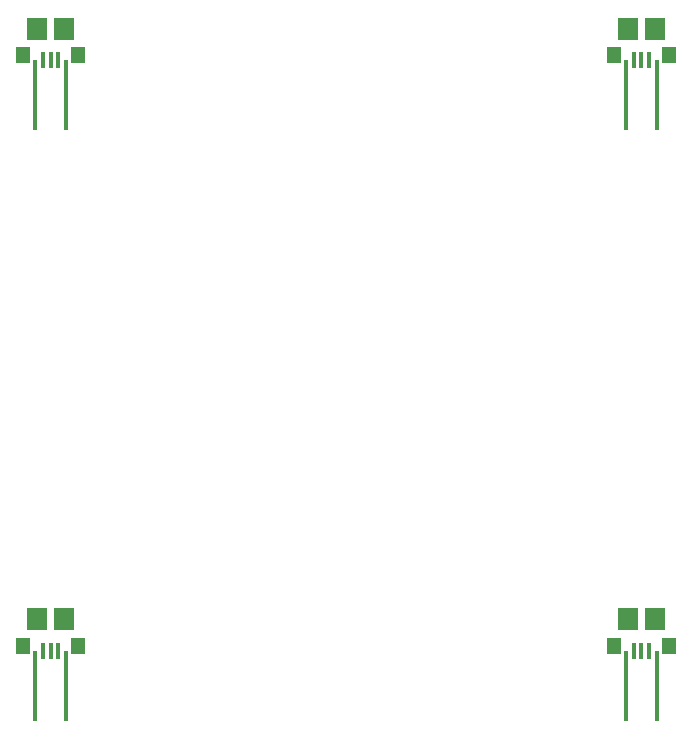
<source format=gbp>
G04 #@! TF.GenerationSoftware,KiCad,Pcbnew,(5.1.5)-3*
G04 #@! TF.CreationDate,2021-05-27T15:59:12+09:00*
G04 #@! TF.ProjectId,MyESP-WROOM-02(Mentsuke2x2),4d794553-502d-4575-924f-4f4d2d303228,rev?*
G04 #@! TF.SameCoordinates,Original*
G04 #@! TF.FileFunction,Paste,Bot*
G04 #@! TF.FilePolarity,Positive*
%FSLAX46Y46*%
G04 Gerber Fmt 4.6, Leading zero omitted, Abs format (unit mm)*
G04 Created by KiCad (PCBNEW (5.1.5)-3) date 2021-05-27 15:59:12*
%MOMM*%
%LPD*%
G04 APERTURE LIST*
%ADD10R,1.150000X1.450000*%
%ADD11R,1.750000X1.900000*%
%ADD12R,0.400000X1.400000*%
%ADD13R,0.400000X6.000000*%
G04 APERTURE END LIST*
D10*
X109180000Y-73780000D03*
X113820000Y-73780000D03*
D11*
X110375000Y-71550000D03*
D12*
X111500000Y-74200000D03*
X112150000Y-74200000D03*
D13*
X112800000Y-77200000D03*
X110200000Y-77200000D03*
D12*
X110850000Y-74200000D03*
D11*
X112625000Y-71550000D03*
X62625000Y-71550000D03*
D12*
X60850000Y-74200000D03*
D13*
X60200000Y-77200000D03*
X62800000Y-77200000D03*
D12*
X62150000Y-74200000D03*
X61500000Y-74200000D03*
D11*
X60375000Y-71550000D03*
D10*
X63820000Y-73780000D03*
X59180000Y-73780000D03*
X109180000Y-23780000D03*
X113820000Y-23780000D03*
D11*
X110375000Y-21550000D03*
D12*
X111500000Y-24200000D03*
X112150000Y-24200000D03*
D13*
X112800000Y-27200000D03*
X110200000Y-27200000D03*
D12*
X110850000Y-24200000D03*
D11*
X112625000Y-21550000D03*
X62625000Y-21550000D03*
D12*
X60850000Y-24200000D03*
D13*
X60200000Y-27200000D03*
X62800000Y-27200000D03*
D12*
X62150000Y-24200000D03*
X61500000Y-24200000D03*
D11*
X60375000Y-21550000D03*
D10*
X63820000Y-23780000D03*
X59180000Y-23780000D03*
M02*

</source>
